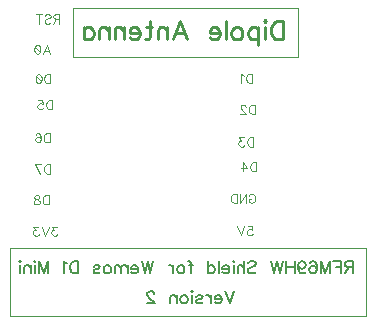
<source format=gbr>
G04 DipTrace 3.0.0.2*
G04 BottomSilk.gbr*
%MOIN*%
G04 #@! TF.FileFunction,Legend,Bot*
G04 #@! TF.Part,Single*
%ADD15C,0.003937*%
%ADD36C,0.004632*%
%ADD37C,0.009264*%
%ADD38C,0.006176*%
%FSLAX26Y26*%
G04*
G70*
G90*
G75*
G01*
G04 BotSilk*
%LPD*%
X672264Y1462694D2*
D15*
X1422210D1*
Y1300194D1*
X672264D1*
Y1462694D1*
X459764Y662697D2*
X1647264D1*
Y437697D1*
X459764D1*
Y662697D1*
X626176Y1427382D2*
D36*
X613276D1*
X608965Y1428841D1*
X607506Y1430267D1*
X606080Y1433119D1*
Y1436004D1*
X607506Y1438856D1*
X608965Y1440315D1*
X613276Y1441741D1*
X626176D1*
Y1411597D1*
X616128Y1427382D2*
X606080Y1411597D1*
X576720Y1437430D2*
X579572Y1440315D1*
X583883Y1441741D1*
X589620D1*
X593931Y1440315D1*
X596816Y1437430D1*
Y1434578D1*
X595357Y1431693D1*
X593931Y1430267D1*
X591079Y1428841D1*
X582457Y1425956D1*
X579572Y1424530D1*
X578146Y1423071D1*
X576720Y1420219D1*
Y1415908D1*
X579572Y1413056D1*
X583883Y1411597D1*
X589620D1*
X593931Y1413056D1*
X596816Y1415908D1*
X557409Y1441741D2*
Y1411597D1*
X567457Y1441741D2*
X547361D1*
X616642Y734708D2*
X600891D1*
X609480Y723234D1*
X605168D1*
X602317Y721808D1*
X600891Y720382D1*
X599432Y716071D1*
Y713219D1*
X600891Y708908D1*
X603743Y706023D1*
X608054Y704597D1*
X612365D1*
X616642Y706023D1*
X618068Y707482D1*
X619528Y710334D1*
X590168Y734741D2*
X578694Y704597D1*
X567220Y734741D1*
X555071Y734708D2*
X539320D1*
X547909Y723234D1*
X543597D1*
X540746Y721808D1*
X539320Y720382D1*
X537861Y716071D1*
Y713219D1*
X539320Y708908D1*
X542172Y706023D1*
X546483Y704597D1*
X550794D1*
X555071Y706023D1*
X556497Y707482D1*
X557957Y710334D1*
X1372000Y1418814D2*
D37*
Y1358526D1*
X1351904D1*
X1343282Y1361444D1*
X1337512Y1367148D1*
X1334660Y1372918D1*
X1331808Y1381474D1*
Y1395866D1*
X1334660Y1404488D1*
X1337512Y1410192D1*
X1343282Y1415962D1*
X1351904Y1418814D1*
X1372000D1*
X1313281D2*
X1310429Y1415962D1*
X1307511Y1418814D1*
X1310429Y1421732D1*
X1313281Y1418814D1*
X1310429Y1398718D2*
Y1358526D1*
X1288984Y1398718D2*
Y1338430D1*
Y1390096D2*
X1283213Y1395799D1*
X1277510Y1398718D1*
X1268888D1*
X1263117Y1395799D1*
X1257414Y1390096D1*
X1254495Y1381474D1*
Y1375703D1*
X1257414Y1367148D1*
X1263117Y1361378D1*
X1268888Y1358526D1*
X1277510D1*
X1283213Y1361378D1*
X1288984Y1367148D1*
X1221642Y1398718D2*
X1227346Y1395866D1*
X1233116Y1390096D1*
X1235968Y1381474D1*
Y1375770D1*
X1233116Y1367148D1*
X1227346Y1361444D1*
X1221642Y1358526D1*
X1213020D1*
X1207250Y1361444D1*
X1201546Y1367148D1*
X1198628Y1375770D1*
Y1381474D1*
X1201546Y1390096D1*
X1207250Y1395866D1*
X1213020Y1398718D1*
X1221642D1*
X1180101Y1418814D2*
Y1358526D1*
X1161574Y1381474D2*
X1127152D1*
Y1387244D1*
X1130004Y1393014D1*
X1132856Y1395866D1*
X1138626Y1398718D1*
X1147248D1*
X1152952Y1395866D1*
X1158722Y1390096D1*
X1161574Y1381474D1*
Y1375770D1*
X1158722Y1367148D1*
X1152952Y1361444D1*
X1147248Y1358526D1*
X1138626D1*
X1132856Y1361444D1*
X1127152Y1367148D1*
X1004342Y1358526D2*
X1027356Y1418814D1*
X1050304Y1358526D1*
X1041682Y1378622D2*
X1012964D1*
X985815Y1398718D2*
Y1358526D1*
Y1387244D2*
X977193Y1395866D1*
X971423Y1398718D1*
X962867D1*
X957097Y1395866D1*
X954245Y1387244D1*
Y1358526D1*
X927096Y1418814D2*
Y1370000D1*
X924244Y1361444D1*
X918474Y1358526D1*
X912770D1*
X935718Y1398718D2*
X915622D1*
X894243Y1381474D2*
X859821D1*
Y1387244D1*
X862673Y1393014D1*
X865525Y1395866D1*
X871295Y1398718D1*
X879917D1*
X885621Y1395866D1*
X891391Y1390096D1*
X894243Y1381474D1*
Y1375770D1*
X891391Y1367148D1*
X885621Y1361444D1*
X879917Y1358526D1*
X871295D1*
X865525Y1361444D1*
X859821Y1367148D1*
X841294Y1398718D2*
Y1358526D1*
Y1387244D2*
X832672Y1395866D1*
X826901Y1398718D1*
X818346D1*
X812576Y1395866D1*
X809724Y1387244D1*
Y1358526D1*
X791197Y1398718D2*
Y1358526D1*
Y1387244D2*
X782575Y1395866D1*
X776804Y1398718D1*
X768249D1*
X762479Y1395866D1*
X759627Y1387244D1*
Y1358526D1*
X706678Y1398718D2*
Y1358526D1*
Y1390096D2*
X712382Y1395866D1*
X718152Y1398718D1*
X726707D1*
X732478Y1395866D1*
X738181Y1390096D1*
X741100Y1381474D1*
Y1375770D1*
X738181Y1367148D1*
X732478Y1361444D1*
X726707Y1358526D1*
X718152D1*
X712382Y1361444D1*
X706678Y1367148D1*
X1603448Y600204D2*
D38*
X1586248D1*
X1580500Y602149D1*
X1578554Y604050D1*
X1576653Y607853D1*
Y611700D1*
X1578554Y615502D1*
X1580500Y617448D1*
X1586248Y619349D1*
X1603448D1*
Y579157D1*
X1590050Y600204D2*
X1576653Y579157D1*
X1539408Y619349D2*
X1564302D1*
Y579157D1*
Y600204D2*
X1549003D1*
X1496460Y579157D2*
Y619349D1*
X1511758Y579157D1*
X1527057Y619349D1*
Y579157D1*
X1461160Y613601D2*
X1463062Y617404D1*
X1468810Y619305D1*
X1472612D1*
X1478360Y617404D1*
X1482207Y611656D1*
X1484108Y602105D1*
Y592554D1*
X1482207Y584905D1*
X1478360Y581058D1*
X1472612Y579157D1*
X1470711D1*
X1465007Y581058D1*
X1461160Y584905D1*
X1459259Y590653D1*
Y592554D1*
X1461160Y598302D1*
X1465007Y602105D1*
X1470711Y604006D1*
X1472612D1*
X1478360Y602105D1*
X1482207Y598302D1*
X1484108Y592554D1*
X1422014Y605952D2*
X1423960Y600204D1*
X1427762Y596357D1*
X1433510Y594456D1*
X1435412D1*
X1441160Y596357D1*
X1444962Y600204D1*
X1446908Y605952D1*
Y607853D1*
X1444962Y613601D1*
X1441160Y617404D1*
X1435412Y619305D1*
X1433510D1*
X1427762Y617404D1*
X1423960Y613601D1*
X1422014Y605952D1*
Y596357D1*
X1423960Y586806D1*
X1427762Y581058D1*
X1433510Y579157D1*
X1437313D1*
X1443061Y581058D1*
X1444962Y584905D1*
X1409663Y619349D2*
Y579157D1*
X1382868Y619349D2*
Y579157D1*
X1409663Y600204D2*
X1382868D1*
X1370517Y619349D2*
X1360922Y579157D1*
X1351371Y619349D1*
X1341821Y579157D1*
X1332226Y619349D1*
X1254199Y613601D2*
X1258002Y617448D1*
X1263750Y619349D1*
X1271399D1*
X1277147Y617448D1*
X1280994Y613601D1*
Y609798D1*
X1279048Y605952D1*
X1277147Y604050D1*
X1273345Y602149D1*
X1261848Y598302D1*
X1258002Y596401D1*
X1256100Y594456D1*
X1254199Y590653D1*
Y584905D1*
X1258002Y581103D1*
X1263750Y579157D1*
X1271399D1*
X1277147Y581103D1*
X1280994Y584905D1*
X1241848Y619349D2*
Y579157D1*
Y598302D2*
X1236100Y604050D1*
X1232253Y605952D1*
X1226505D1*
X1222702Y604050D1*
X1220801Y598302D1*
Y579157D1*
X1208450Y619349D2*
X1206548Y617448D1*
X1204603Y619349D1*
X1206548Y621295D1*
X1208450Y619349D1*
X1206548Y605952D2*
Y579157D1*
X1192252Y594456D2*
X1169304D1*
Y598302D1*
X1171205Y602149D1*
X1173106Y604050D1*
X1176953Y605952D1*
X1182701D1*
X1186504Y604050D1*
X1190350Y600204D1*
X1192252Y594456D1*
Y590653D1*
X1190350Y584905D1*
X1186504Y581103D1*
X1182701Y579157D1*
X1176953D1*
X1173106Y581103D1*
X1169304Y584905D1*
X1156952Y619349D2*
Y579157D1*
X1121653Y619349D2*
Y579157D1*
Y600204D2*
X1125455Y604050D1*
X1129302Y605952D1*
X1135050D1*
X1138853Y604050D1*
X1142700Y600204D1*
X1144601Y594456D1*
Y590653D1*
X1142700Y584905D1*
X1138853Y581103D1*
X1135050Y579157D1*
X1129302D1*
X1125455Y581103D1*
X1121653Y584905D1*
X1055122Y619349D2*
X1058925D1*
X1062771Y617448D1*
X1064673Y611700D1*
Y579157D1*
X1070421Y605952D2*
X1057023D1*
X1033220D2*
X1037023Y604050D1*
X1040870Y600204D1*
X1042771Y594456D1*
Y590653D1*
X1040870Y584905D1*
X1037023Y581103D1*
X1033220Y579157D1*
X1027472D1*
X1023625Y581103D1*
X1019823Y584905D1*
X1017877Y590653D1*
Y594456D1*
X1019823Y600204D1*
X1023625Y604050D1*
X1027472Y605952D1*
X1033220D1*
X1005526D2*
Y579157D1*
Y594456D2*
X1003580Y600204D1*
X999778Y604050D1*
X995931Y605952D1*
X990183D1*
X938951Y619349D2*
X929356Y579157D1*
X919806Y619349D1*
X910255Y579157D1*
X900660Y619349D1*
X888309Y594456D2*
X865361D1*
Y598302D1*
X867262Y602149D1*
X869163Y604050D1*
X873010Y605952D1*
X878758D1*
X882561Y604050D1*
X886408Y600204D1*
X888309Y594456D1*
Y590653D1*
X886408Y584905D1*
X882561Y581103D1*
X878758Y579157D1*
X873010D1*
X869163Y581103D1*
X865361Y584905D1*
X853010Y605952D2*
Y579157D1*
Y598302D2*
X847262Y604050D1*
X843415Y605952D1*
X837711D1*
X833864Y604050D1*
X831963Y598302D1*
Y579157D1*
Y598302D2*
X826215Y604050D1*
X822368Y605952D1*
X816664D1*
X812818Y604050D1*
X810872Y598302D1*
Y579157D1*
X788970Y605952D2*
X792773Y604050D1*
X796619Y600204D1*
X798521Y594456D1*
Y590653D1*
X796619Y584905D1*
X792773Y581103D1*
X788970Y579157D1*
X783222D1*
X779375Y581103D1*
X775573Y584905D1*
X773627Y590653D1*
Y594456D1*
X775573Y600204D1*
X779375Y604050D1*
X783222Y605952D1*
X788970D1*
X740229Y600204D2*
X742131Y604050D1*
X747879Y605952D1*
X753627D1*
X759375Y604050D1*
X761276Y600204D1*
X759375Y596401D1*
X755528Y594456D1*
X745977Y592554D1*
X742131Y590653D1*
X740229Y586806D1*
Y584905D1*
X742131Y581103D1*
X747879Y579157D1*
X753627D1*
X759375Y581103D1*
X761276Y584905D1*
X688997Y619349D2*
Y579157D1*
X675600D1*
X669852Y581103D1*
X666005Y584905D1*
X664104Y588752D1*
X662202Y594456D1*
Y604050D1*
X664104Y609798D1*
X666005Y613601D1*
X669852Y617448D1*
X675600Y619349D1*
X688997D1*
X649851Y611656D2*
X646004Y613601D1*
X640256Y619305D1*
Y579157D1*
X558427D2*
Y619349D1*
X573725Y579157D1*
X589024Y619349D1*
Y579157D1*
X546075Y619349D2*
X544174Y617448D1*
X542229Y619349D1*
X544174Y621295D1*
X546075Y619349D1*
X544174Y605952D2*
Y579157D1*
X529877Y605952D2*
Y579157D1*
Y598302D2*
X524129Y604050D1*
X520282Y605952D1*
X514579D1*
X510732Y604050D1*
X508831Y598302D1*
Y579157D1*
X496479Y619349D2*
X494578Y617448D1*
X492632Y619349D1*
X494578Y621295D1*
X496479Y619349D1*
X494578Y605952D2*
Y579157D1*
X1256580Y836578D2*
D36*
X1258006Y839430D1*
X1260891Y842315D1*
X1263743Y843741D1*
X1269480D1*
X1272365Y842315D1*
X1275216Y839430D1*
X1276676Y836578D1*
X1278102Y832267D1*
Y825071D1*
X1276676Y820793D1*
X1275216Y817908D1*
X1272365Y815056D1*
X1269480Y813597D1*
X1263743D1*
X1260891Y815056D1*
X1258006Y817908D1*
X1256580Y820793D1*
Y825071D1*
X1263743D1*
X1227220Y843741D2*
Y813597D1*
X1247316Y843741D1*
Y813597D1*
X1217957Y843741D2*
Y813597D1*
X1207909D1*
X1203597Y815056D1*
X1200712Y817908D1*
X1199286Y820793D1*
X1197861Y825071D1*
Y832267D1*
X1199286Y836578D1*
X1200712Y839430D1*
X1203597Y842315D1*
X1207909Y843741D1*
X1217957D1*
X572220Y1310597D2*
X583727Y1340741D1*
X595201Y1310597D1*
X590890Y1320645D2*
X576531D1*
X554334Y1340708D2*
X558645Y1339282D1*
X561531Y1334971D1*
X562957Y1327808D1*
Y1323497D1*
X561531Y1316334D1*
X558645Y1312023D1*
X554334Y1310597D1*
X551483D1*
X547172Y1312023D1*
X544320Y1316334D1*
X542861Y1323497D1*
Y1327808D1*
X544320Y1334971D1*
X547172Y1339282D1*
X551483Y1340708D1*
X554334D1*
X544320Y1334971D2*
X561531Y1316334D1*
X596316Y1242741D2*
Y1212597D1*
X586268D1*
X581957Y1214056D1*
X579072Y1216908D1*
X577646Y1219793D1*
X576220Y1224071D1*
Y1231267D1*
X577646Y1235578D1*
X579072Y1238430D1*
X581957Y1241315D1*
X586268Y1242741D1*
X596316D1*
X558334Y1242708D2*
X562645Y1241282D1*
X565531Y1236971D1*
X566957Y1229808D1*
Y1225497D1*
X565531Y1218334D1*
X562645Y1214023D1*
X558334Y1212597D1*
X555483D1*
X551172Y1214023D1*
X548320Y1218334D1*
X546861Y1225497D1*
Y1229808D1*
X548320Y1236971D1*
X551172Y1241282D1*
X555483Y1242708D1*
X558334D1*
X548320Y1236971D2*
X565531Y1218334D1*
X601816Y1155741D2*
Y1125597D1*
X591768D1*
X587457Y1127056D1*
X584572Y1129908D1*
X583146Y1132793D1*
X581720Y1137071D1*
Y1144267D1*
X583146Y1148578D1*
X584572Y1151430D1*
X587457Y1154315D1*
X591768Y1155741D1*
X601816D1*
X555246Y1155708D2*
X569571D1*
X570997Y1142808D1*
X569571Y1144234D1*
X565260Y1145693D1*
X560983D1*
X556672Y1144234D1*
X553786Y1141382D1*
X552361Y1137071D1*
Y1134219D1*
X553786Y1129908D1*
X556672Y1127023D1*
X560983Y1125597D1*
X565260D1*
X569571Y1127023D1*
X570997Y1128482D1*
X572457Y1131334D1*
X593357Y1045741D2*
Y1015597D1*
X583309D1*
X578998Y1017056D1*
X576113Y1019908D1*
X574687Y1022793D1*
X573261Y1027071D1*
Y1034267D1*
X574687Y1038578D1*
X576113Y1041430D1*
X578998Y1044315D1*
X583309Y1045741D1*
X593357D1*
X546786Y1041430D2*
X548212Y1044282D1*
X552523Y1045708D1*
X555375D1*
X559686Y1044282D1*
X562571Y1039971D1*
X563997Y1032808D1*
Y1025645D1*
X562571Y1019908D1*
X559686Y1017023D1*
X555375Y1015597D1*
X553949D1*
X549672Y1017023D1*
X546786Y1019908D1*
X545361Y1024219D1*
Y1025645D1*
X546786Y1029956D1*
X549672Y1032808D1*
X553949Y1034234D1*
X555375D1*
X559686Y1032808D1*
X562571Y1029956D1*
X563997Y1025645D1*
X594816Y941741D2*
Y911597D1*
X584768D1*
X580457Y913056D1*
X577572Y915908D1*
X576146Y918793D1*
X574720Y923071D1*
Y930267D1*
X576146Y934578D1*
X577572Y937430D1*
X580457Y940315D1*
X584768Y941741D1*
X594816D1*
X559720Y911597D2*
X545361Y941708D1*
X565457D1*
X589783Y838741D2*
Y808597D1*
X579735D1*
X575424Y810056D1*
X572539Y812908D1*
X571113Y815793D1*
X569687Y820071D1*
Y827267D1*
X571113Y831578D1*
X572539Y834430D1*
X575424Y837315D1*
X579735Y838741D1*
X589783D1*
X553260Y838708D2*
X557538Y837282D1*
X558997Y834430D1*
Y831545D1*
X557538Y828693D1*
X554686Y827234D1*
X548949Y825808D1*
X544638Y824382D1*
X541786Y821497D1*
X540361Y818645D1*
Y814334D1*
X541786Y811482D1*
X543212Y810023D1*
X547523Y808597D1*
X553260D1*
X557538Y810023D1*
X558997Y811482D1*
X560423Y814334D1*
Y818645D1*
X558997Y821497D1*
X556112Y824382D1*
X551834Y825808D1*
X546097Y827234D1*
X543212Y828693D1*
X541786Y831545D1*
Y834430D1*
X543212Y837282D1*
X547523Y838708D1*
X553260D1*
X1269416Y1243741D2*
Y1213597D1*
X1259368D1*
X1255057Y1215056D1*
X1252172Y1217908D1*
X1250746Y1220793D1*
X1249320Y1225071D1*
Y1232267D1*
X1250746Y1236578D1*
X1252172Y1239430D1*
X1255057Y1242315D1*
X1259368Y1243741D1*
X1269416D1*
X1240057Y1237971D2*
X1237172Y1239430D1*
X1232861Y1243708D1*
Y1213597D1*
X1277816Y1140741D2*
Y1110597D1*
X1267768D1*
X1263457Y1112056D1*
X1260572Y1114908D1*
X1259146Y1117793D1*
X1257720Y1122071D1*
Y1129267D1*
X1259146Y1133578D1*
X1260572Y1136430D1*
X1263457Y1139315D1*
X1267768Y1140741D1*
X1277816D1*
X1246997Y1133545D2*
Y1134971D1*
X1245571Y1137856D1*
X1244145Y1139282D1*
X1241260Y1140708D1*
X1235523D1*
X1232672Y1139282D1*
X1231246Y1137856D1*
X1229786Y1134971D1*
Y1132119D1*
X1231246Y1129234D1*
X1234097Y1124956D1*
X1248457Y1110597D1*
X1228361D1*
X1272316Y1031741D2*
Y1001597D1*
X1262268D1*
X1257957Y1003056D1*
X1255072Y1005908D1*
X1253646Y1008793D1*
X1252220Y1013071D1*
Y1020267D1*
X1253646Y1024578D1*
X1255072Y1027430D1*
X1257957Y1030315D1*
X1262268Y1031741D1*
X1272316D1*
X1240071Y1031708D2*
X1224320D1*
X1232909Y1020234D1*
X1228597D1*
X1225746Y1018808D1*
X1224320Y1017382D1*
X1222861Y1013071D1*
Y1010219D1*
X1224320Y1005908D1*
X1227172Y1003023D1*
X1231483Y1001597D1*
X1235794D1*
X1240071Y1003023D1*
X1241497Y1004482D1*
X1242957Y1007334D1*
X1282242Y948741D2*
Y918597D1*
X1272194D1*
X1267883Y920056D1*
X1264998Y922908D1*
X1263572Y925793D1*
X1262146Y930071D1*
Y937267D1*
X1263572Y941578D1*
X1264998Y944430D1*
X1267883Y947315D1*
X1272194Y948741D1*
X1282242D1*
X1238523Y918597D2*
Y948708D1*
X1252882Y928645D1*
X1231361D1*
X1253457Y735708D2*
X1267783D1*
X1269209Y722808D1*
X1267783Y724234D1*
X1263472Y725693D1*
X1259194D1*
X1254883Y724234D1*
X1251998Y721382D1*
X1250572Y717071D1*
Y714219D1*
X1251998Y709908D1*
X1254883Y707023D1*
X1259194Y705597D1*
X1263472D1*
X1267783Y707023D1*
X1269209Y708482D1*
X1270668Y711334D1*
X1241308Y735741D2*
X1229834Y705597D1*
X1218361Y735741D1*
X1209489Y519349D2*
D38*
X1194190Y479157D1*
X1178892Y519349D1*
X1166540Y494456D2*
X1143593D1*
Y498302D1*
X1145494Y502149D1*
X1147395Y504050D1*
X1151242Y505952D1*
X1156990D1*
X1160792Y504050D1*
X1164639Y500204D1*
X1166540Y494456D1*
Y490653D1*
X1164639Y484905D1*
X1160792Y481103D1*
X1156990Y479157D1*
X1151242D1*
X1147395Y481103D1*
X1143593Y484905D1*
X1131241Y505952D2*
Y479157D1*
Y494456D2*
X1129296Y500204D1*
X1125493Y504050D1*
X1121646Y505952D1*
X1115898D1*
X1082500Y500204D2*
X1084402Y504050D1*
X1090150Y505952D1*
X1095898D1*
X1101646Y504050D1*
X1103547Y500204D1*
X1101646Y496401D1*
X1097799Y494456D1*
X1088248Y492554D1*
X1084402Y490653D1*
X1082500Y486806D1*
Y484905D1*
X1084402Y481103D1*
X1090150Y479157D1*
X1095898D1*
X1101646Y481103D1*
X1103547Y484905D1*
X1070149Y519349D2*
X1068248Y517448D1*
X1066302Y519349D1*
X1068248Y521295D1*
X1070149Y519349D1*
X1068248Y505952D2*
Y479157D1*
X1044400Y505952D2*
X1048203Y504050D1*
X1052049Y500204D1*
X1053951Y494456D1*
Y490653D1*
X1052049Y484905D1*
X1048203Y481103D1*
X1044400Y479157D1*
X1038652D1*
X1034805Y481103D1*
X1031003Y484905D1*
X1029057Y490653D1*
Y494456D1*
X1031003Y500204D1*
X1034805Y504050D1*
X1038652Y505952D1*
X1044400D1*
X1016706D2*
Y479157D1*
Y498302D2*
X1010958Y504050D1*
X1007111Y505952D1*
X1001407D1*
X997561Y504050D1*
X995659Y498302D1*
Y479157D1*
X942482Y509754D2*
Y511656D1*
X940580Y515502D1*
X938679Y517404D1*
X934832Y519305D1*
X927183D1*
X923381Y517404D1*
X921479Y515502D1*
X919534Y511656D1*
Y507853D1*
X921479Y504006D1*
X925282Y498302D1*
X944427Y479157D1*
X917632D1*
M02*

</source>
